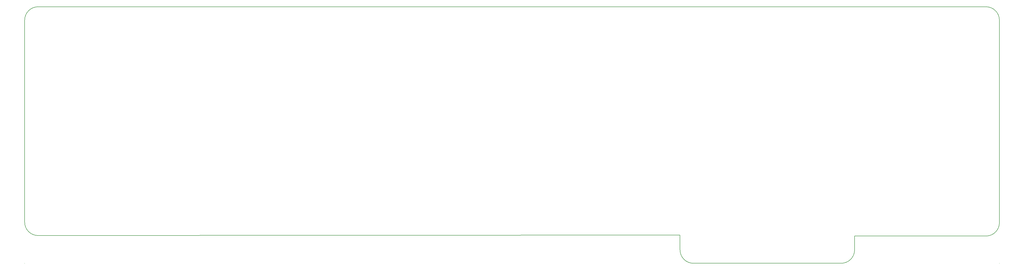
<source format=gbr>
G04 #@! TF.GenerationSoftware,KiCad,Pcbnew,7.0.1*
G04 #@! TF.CreationDate,2023-04-13T21:45:04-07:00*
G04 #@! TF.ProjectId,trashtruck.b,74726173-6874-4727-9563-6b2e622e6b69,rev?*
G04 #@! TF.SameCoordinates,Original*
G04 #@! TF.FileFunction,Profile,NP*
%FSLAX46Y46*%
G04 Gerber Fmt 4.6, Leading zero omitted, Abs format (unit mm)*
G04 Created by KiCad (PCBNEW 7.0.1) date 2023-04-13 21:45:04*
%MOMM*%
%LPD*%
G01*
G04 APERTURE LIST*
G04 #@! TA.AperFunction,Profile*
%ADD10C,0.200000*%
G04 #@! TD*
G04 APERTURE END LIST*
D10*
X476940491Y-251500862D02*
G75*
G03*
X481939562Y-246500491I-891J4999962D01*
G01*
X119500440Y-246316482D02*
X119507061Y-170944561D01*
X119500480Y-246316482D02*
G75*
G03*
X124503518Y-251316919I4999920J-518D01*
G01*
X423095847Y-261670777D02*
G75*
G03*
X428095075Y-256665850I-747J4999977D01*
G01*
X428095075Y-256665850D02*
X428090000Y-251510000D01*
X119507501Y-261670000D02*
G75*
G03*
X119507501Y-261670000I-1J0D01*
G01*
X481933000Y-170944562D02*
G75*
G03*
X476932938Y-165945000I-5000100J-538D01*
G01*
X481932938Y-170944562D02*
X481939562Y-246500491D01*
X124507061Y-165945000D02*
X476932938Y-165945000D01*
X423095847Y-261670771D02*
X368190770Y-261679230D01*
X124507061Y-165944961D02*
G75*
G03*
X119507061Y-170944561I39J-5000039D01*
G01*
X124503518Y-251316920D02*
X363190000Y-251170000D01*
X363190000Y-251170000D02*
X363190000Y-256679230D01*
X481932501Y-261670000D02*
G75*
G03*
X481932501Y-261670000I-1J0D01*
G01*
X363189970Y-256679230D02*
G75*
G03*
X368190770Y-261679230I5000030J30D01*
G01*
X428090000Y-251510000D02*
X476940491Y-251500928D01*
M02*

</source>
